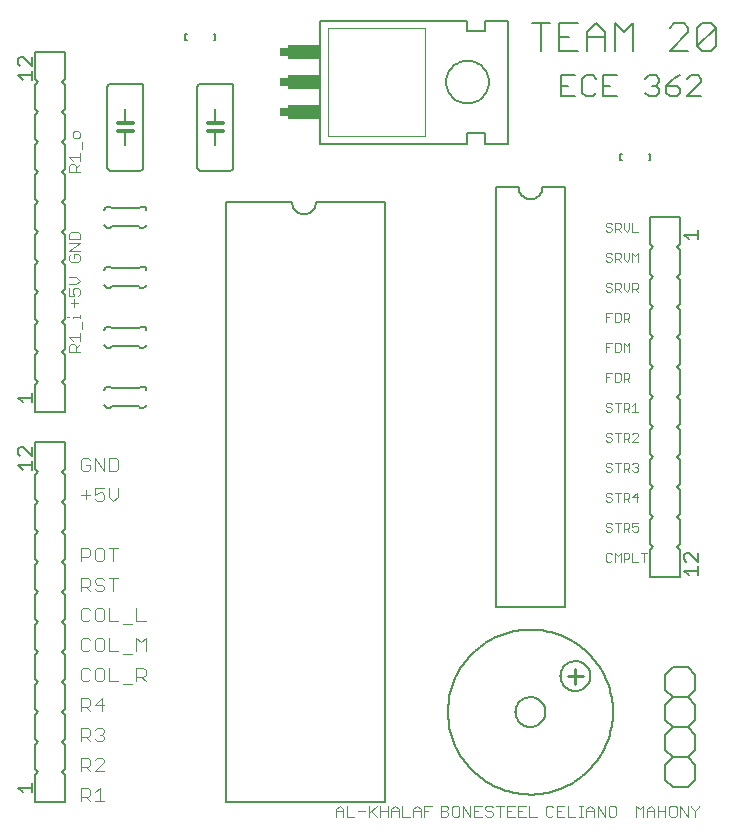
<source format=gto>
G75*
%MOIN*%
%OFA0B0*%
%FSLAX24Y24*%
%IPPOS*%
%LPD*%
%AMOC8*
5,1,8,0,0,1.08239X$1,22.5*
%
%ADD10C,0.0030*%
%ADD11C,0.0040*%
%ADD12C,0.0060*%
%ADD13C,0.0080*%
%ADD14C,0.0100*%
%ADD15C,0.0050*%
%ADD16C,0.0020*%
%ADD17R,0.0250X0.0300*%
%ADD18R,0.1100X0.0500*%
%ADD19C,0.0120*%
D10*
X011115Y000615D02*
X011115Y000862D01*
X011238Y000985D01*
X011362Y000862D01*
X011362Y000615D01*
X011483Y000615D02*
X011483Y000985D01*
X011362Y000800D02*
X011115Y000800D01*
X011483Y000615D02*
X011730Y000615D01*
X011852Y000800D02*
X012099Y000800D01*
X012220Y000738D02*
X012467Y000985D01*
X012588Y000985D02*
X012588Y000615D01*
X012467Y000615D02*
X012282Y000800D01*
X012220Y000985D02*
X012220Y000615D01*
X012588Y000800D02*
X012835Y000800D01*
X012957Y000800D02*
X013203Y000800D01*
X013203Y000862D02*
X013203Y000615D01*
X013325Y000615D02*
X013325Y000985D01*
X013203Y000862D02*
X013080Y000985D01*
X012957Y000862D01*
X012957Y000615D01*
X012835Y000615D02*
X012835Y000985D01*
X013325Y000615D02*
X013572Y000615D01*
X013693Y000615D02*
X013693Y000862D01*
X013817Y000985D01*
X013940Y000862D01*
X013940Y000615D01*
X014062Y000615D02*
X014062Y000985D01*
X014308Y000985D01*
X014185Y000800D02*
X014062Y000800D01*
X013940Y000800D02*
X013693Y000800D01*
X014615Y000800D02*
X014800Y000800D01*
X014862Y000738D01*
X014862Y000677D01*
X014800Y000615D01*
X014615Y000615D01*
X014615Y000985D01*
X014800Y000985D01*
X014862Y000924D01*
X014862Y000862D01*
X014800Y000800D01*
X014983Y000677D02*
X015045Y000615D01*
X015168Y000615D01*
X015230Y000677D01*
X015230Y000924D01*
X015168Y000985D01*
X015045Y000985D01*
X014983Y000924D01*
X014983Y000677D01*
X015352Y000615D02*
X015352Y000985D01*
X015599Y000615D01*
X015599Y000985D01*
X015720Y000985D02*
X015720Y000615D01*
X015967Y000615D01*
X016088Y000677D02*
X016150Y000615D01*
X016273Y000615D01*
X016335Y000677D01*
X016335Y000738D01*
X016273Y000800D01*
X016150Y000800D01*
X016088Y000862D01*
X016088Y000924D01*
X016150Y000985D01*
X016273Y000985D01*
X016335Y000924D01*
X016457Y000985D02*
X016703Y000985D01*
X016825Y000985D02*
X016825Y000615D01*
X017072Y000615D01*
X017193Y000615D02*
X017193Y000985D01*
X017440Y000985D01*
X017562Y000985D02*
X017562Y000615D01*
X017808Y000615D01*
X018115Y000677D02*
X018115Y000924D01*
X018177Y000985D01*
X018300Y000985D01*
X018362Y000924D01*
X018483Y000985D02*
X018483Y000615D01*
X018730Y000615D01*
X018852Y000615D02*
X019099Y000615D01*
X019220Y000615D02*
X019343Y000615D01*
X019282Y000615D02*
X019282Y000985D01*
X019343Y000985D02*
X019220Y000985D01*
X019465Y000862D02*
X019465Y000615D01*
X019465Y000800D02*
X019712Y000800D01*
X019712Y000862D02*
X019712Y000615D01*
X019834Y000615D02*
X019834Y000985D01*
X020081Y000615D01*
X020081Y000985D01*
X020202Y000924D02*
X020202Y000677D01*
X020264Y000615D01*
X020387Y000615D01*
X020449Y000677D01*
X020449Y000924D01*
X020387Y000985D01*
X020264Y000985D01*
X020202Y000924D01*
X019712Y000862D02*
X019589Y000985D01*
X019465Y000862D01*
X018852Y000985D02*
X018852Y000615D01*
X018607Y000800D02*
X018483Y000800D01*
X018362Y000677D02*
X018300Y000615D01*
X018177Y000615D01*
X018115Y000677D01*
X018483Y000985D02*
X018730Y000985D01*
X017440Y000615D02*
X017193Y000615D01*
X017193Y000800D02*
X017317Y000800D01*
X017072Y000985D02*
X016825Y000985D01*
X016825Y000800D02*
X016948Y000800D01*
X016580Y000615D02*
X016580Y000985D01*
X015967Y000985D02*
X015720Y000985D01*
X015720Y000800D02*
X015843Y000800D01*
X021115Y000615D02*
X021115Y000985D01*
X021238Y000862D01*
X021362Y000985D01*
X021362Y000615D01*
X021483Y000615D02*
X021483Y000862D01*
X021607Y000985D01*
X021730Y000862D01*
X021730Y000615D01*
X021852Y000615D02*
X021852Y000985D01*
X021852Y000800D02*
X022099Y000800D01*
X022220Y000677D02*
X022282Y000615D01*
X022405Y000615D01*
X022467Y000677D01*
X022467Y000924D01*
X022405Y000985D01*
X022282Y000985D01*
X022220Y000924D01*
X022220Y000677D01*
X022099Y000615D02*
X022099Y000985D01*
X021730Y000800D02*
X021483Y000800D01*
X022588Y000615D02*
X022588Y000985D01*
X022835Y000615D01*
X022835Y000985D01*
X022957Y000985D02*
X022957Y000924D01*
X023080Y000800D01*
X023080Y000615D01*
X023080Y000800D02*
X023203Y000924D01*
X023203Y000985D01*
X021390Y009115D02*
X021390Y009405D01*
X021294Y009405D02*
X021487Y009405D01*
X021192Y009115D02*
X020999Y009115D01*
X020999Y009405D01*
X020898Y009357D02*
X020898Y009260D01*
X020849Y009212D01*
X020704Y009212D01*
X020704Y009115D02*
X020704Y009405D01*
X020849Y009405D01*
X020898Y009357D01*
X020603Y009405D02*
X020603Y009115D01*
X020410Y009115D02*
X020410Y009405D01*
X020506Y009308D01*
X020603Y009405D01*
X020308Y009357D02*
X020260Y009405D01*
X020163Y009405D01*
X020115Y009357D01*
X020115Y009163D01*
X020163Y009115D01*
X020260Y009115D01*
X020308Y009163D01*
X020260Y010115D02*
X020163Y010115D01*
X020115Y010163D01*
X020163Y010260D02*
X020260Y010260D01*
X020308Y010212D01*
X020308Y010163D01*
X020260Y010115D01*
X020163Y010260D02*
X020115Y010308D01*
X020115Y010357D01*
X020163Y010405D01*
X020260Y010405D01*
X020308Y010357D01*
X020410Y010405D02*
X020603Y010405D01*
X020506Y010405D02*
X020506Y010115D01*
X020704Y010115D02*
X020704Y010405D01*
X020849Y010405D01*
X020898Y010357D01*
X020898Y010260D01*
X020849Y010212D01*
X020704Y010212D01*
X020801Y010212D02*
X020898Y010115D01*
X020999Y010163D02*
X021047Y010115D01*
X021144Y010115D01*
X021192Y010163D01*
X021192Y010260D01*
X021144Y010308D01*
X021096Y010308D01*
X020999Y010260D01*
X020999Y010405D01*
X021192Y010405D01*
X021144Y011115D02*
X021144Y011405D01*
X020999Y011260D01*
X021192Y011260D01*
X020898Y011260D02*
X020849Y011212D01*
X020704Y011212D01*
X020704Y011115D02*
X020704Y011405D01*
X020849Y011405D01*
X020898Y011357D01*
X020898Y011260D01*
X020801Y011212D02*
X020898Y011115D01*
X020603Y011405D02*
X020410Y011405D01*
X020506Y011405D02*
X020506Y011115D01*
X020308Y011163D02*
X020260Y011115D01*
X020163Y011115D01*
X020115Y011163D01*
X020163Y011260D02*
X020260Y011260D01*
X020308Y011212D01*
X020308Y011163D01*
X020163Y011260D02*
X020115Y011308D01*
X020115Y011357D01*
X020163Y011405D01*
X020260Y011405D01*
X020308Y011357D01*
X020260Y012115D02*
X020163Y012115D01*
X020115Y012163D01*
X020163Y012260D02*
X020260Y012260D01*
X020308Y012212D01*
X020308Y012163D01*
X020260Y012115D01*
X020163Y012260D02*
X020115Y012308D01*
X020115Y012357D01*
X020163Y012405D01*
X020260Y012405D01*
X020308Y012357D01*
X020410Y012405D02*
X020603Y012405D01*
X020506Y012405D02*
X020506Y012115D01*
X020704Y012115D02*
X020704Y012405D01*
X020849Y012405D01*
X020898Y012357D01*
X020898Y012260D01*
X020849Y012212D01*
X020704Y012212D01*
X020801Y012212D02*
X020898Y012115D01*
X020999Y012163D02*
X021047Y012115D01*
X021144Y012115D01*
X021192Y012163D01*
X021192Y012212D01*
X021144Y012260D01*
X021096Y012260D01*
X021144Y012260D02*
X021192Y012308D01*
X021192Y012357D01*
X021144Y012405D01*
X021047Y012405D01*
X020999Y012357D01*
X020999Y013115D02*
X021192Y013308D01*
X021192Y013357D01*
X021144Y013405D01*
X021047Y013405D01*
X020999Y013357D01*
X020898Y013357D02*
X020898Y013260D01*
X020849Y013212D01*
X020704Y013212D01*
X020704Y013115D02*
X020704Y013405D01*
X020849Y013405D01*
X020898Y013357D01*
X020801Y013212D02*
X020898Y013115D01*
X020999Y013115D02*
X021192Y013115D01*
X020603Y013405D02*
X020410Y013405D01*
X020506Y013405D02*
X020506Y013115D01*
X020308Y013163D02*
X020260Y013115D01*
X020163Y013115D01*
X020115Y013163D01*
X020163Y013260D02*
X020260Y013260D01*
X020308Y013212D01*
X020308Y013163D01*
X020163Y013260D02*
X020115Y013308D01*
X020115Y013357D01*
X020163Y013405D01*
X020260Y013405D01*
X020308Y013357D01*
X020260Y014115D02*
X020163Y014115D01*
X020115Y014163D01*
X020163Y014260D02*
X020260Y014260D01*
X020308Y014212D01*
X020308Y014163D01*
X020260Y014115D01*
X020163Y014260D02*
X020115Y014308D01*
X020115Y014357D01*
X020163Y014405D01*
X020260Y014405D01*
X020308Y014357D01*
X020410Y014405D02*
X020603Y014405D01*
X020506Y014405D02*
X020506Y014115D01*
X020704Y014115D02*
X020704Y014405D01*
X020849Y014405D01*
X020898Y014357D01*
X020898Y014260D01*
X020849Y014212D01*
X020704Y014212D01*
X020801Y014212D02*
X020898Y014115D01*
X020999Y014115D02*
X021192Y014115D01*
X021096Y014115D02*
X021096Y014405D01*
X020999Y014308D01*
X020898Y015115D02*
X020801Y015212D01*
X020849Y015212D02*
X020704Y015212D01*
X020704Y015115D02*
X020704Y015405D01*
X020849Y015405D01*
X020898Y015357D01*
X020898Y015260D01*
X020849Y015212D01*
X020603Y015163D02*
X020603Y015357D01*
X020555Y015405D01*
X020410Y015405D01*
X020410Y015115D01*
X020555Y015115D01*
X020603Y015163D01*
X020308Y015405D02*
X020115Y015405D01*
X020115Y015115D01*
X020115Y015260D02*
X020212Y015260D01*
X020115Y016115D02*
X020115Y016405D01*
X020308Y016405D01*
X020410Y016405D02*
X020410Y016115D01*
X020555Y016115D01*
X020603Y016163D01*
X020603Y016357D01*
X020555Y016405D01*
X020410Y016405D01*
X020212Y016260D02*
X020115Y016260D01*
X020704Y016115D02*
X020704Y016405D01*
X020801Y016308D01*
X020898Y016405D01*
X020898Y016115D01*
X020898Y017115D02*
X020801Y017212D01*
X020849Y017212D02*
X020704Y017212D01*
X020704Y017115D02*
X020704Y017405D01*
X020849Y017405D01*
X020898Y017357D01*
X020898Y017260D01*
X020849Y017212D01*
X020603Y017163D02*
X020603Y017357D01*
X020555Y017405D01*
X020410Y017405D01*
X020410Y017115D01*
X020555Y017115D01*
X020603Y017163D01*
X020308Y017405D02*
X020115Y017405D01*
X020115Y017115D01*
X020115Y017260D02*
X020212Y017260D01*
X020260Y018115D02*
X020163Y018115D01*
X020115Y018163D01*
X020163Y018260D02*
X020260Y018260D01*
X020308Y018212D01*
X020308Y018163D01*
X020260Y018115D01*
X020410Y018115D02*
X020410Y018405D01*
X020555Y018405D01*
X020603Y018357D01*
X020603Y018260D01*
X020555Y018212D01*
X020410Y018212D01*
X020506Y018212D02*
X020603Y018115D01*
X020704Y018212D02*
X020801Y018115D01*
X020898Y018212D01*
X020898Y018405D01*
X020999Y018405D02*
X021144Y018405D01*
X021192Y018357D01*
X021192Y018260D01*
X021144Y018212D01*
X020999Y018212D01*
X021096Y018212D02*
X021192Y018115D01*
X020999Y018115D02*
X020999Y018405D01*
X020704Y018405D02*
X020704Y018212D01*
X020308Y018357D02*
X020260Y018405D01*
X020163Y018405D01*
X020115Y018357D01*
X020115Y018308D01*
X020163Y018260D01*
X020163Y019115D02*
X020115Y019163D01*
X020163Y019115D02*
X020260Y019115D01*
X020308Y019163D01*
X020308Y019212D01*
X020260Y019260D01*
X020163Y019260D01*
X020115Y019308D01*
X020115Y019357D01*
X020163Y019405D01*
X020260Y019405D01*
X020308Y019357D01*
X020410Y019405D02*
X020410Y019115D01*
X020410Y019212D02*
X020555Y019212D01*
X020603Y019260D01*
X020603Y019357D01*
X020555Y019405D01*
X020410Y019405D01*
X020506Y019212D02*
X020603Y019115D01*
X020704Y019212D02*
X020801Y019115D01*
X020898Y019212D01*
X020898Y019405D01*
X020999Y019405D02*
X021096Y019308D01*
X021192Y019405D01*
X021192Y019115D01*
X020999Y019115D02*
X020999Y019405D01*
X020704Y019405D02*
X020704Y019212D01*
X020801Y020115D02*
X020898Y020212D01*
X020898Y020405D01*
X020999Y020405D02*
X020999Y020115D01*
X021192Y020115D01*
X020801Y020115D02*
X020704Y020212D01*
X020704Y020405D01*
X020603Y020357D02*
X020603Y020260D01*
X020555Y020212D01*
X020410Y020212D01*
X020506Y020212D02*
X020603Y020115D01*
X020410Y020115D02*
X020410Y020405D01*
X020555Y020405D01*
X020603Y020357D01*
X020308Y020357D02*
X020260Y020405D01*
X020163Y020405D01*
X020115Y020357D01*
X020115Y020308D01*
X020163Y020260D01*
X020260Y020260D01*
X020308Y020212D01*
X020308Y020163D01*
X020260Y020115D01*
X020163Y020115D01*
X020115Y020163D01*
X002585Y020037D02*
X002585Y019852D01*
X002215Y019852D01*
X002215Y020037D01*
X002276Y020099D01*
X002523Y020099D01*
X002585Y020037D01*
X002585Y019730D02*
X002215Y019730D01*
X002215Y019483D02*
X002585Y019730D01*
X002585Y019483D02*
X002215Y019483D01*
X002276Y019362D02*
X002215Y019300D01*
X002215Y019177D01*
X002276Y019115D01*
X002523Y019115D01*
X002585Y019177D01*
X002585Y019300D01*
X002523Y019362D01*
X002400Y019362D01*
X002400Y019238D01*
X002462Y018599D02*
X002215Y018599D01*
X002462Y018599D02*
X002585Y018475D01*
X002462Y018352D01*
X002215Y018352D01*
X002215Y018230D02*
X002215Y017983D01*
X002400Y017983D01*
X002338Y018107D01*
X002338Y018168D01*
X002400Y018230D01*
X002523Y018230D01*
X002585Y018168D01*
X002585Y018045D01*
X002523Y017983D01*
X002400Y017862D02*
X002400Y017615D01*
X002523Y017738D02*
X002276Y017738D01*
X002215Y017282D02*
X002153Y017282D01*
X002338Y017282D02*
X002585Y017282D01*
X002585Y017343D02*
X002585Y017220D01*
X002647Y017099D02*
X002647Y016852D01*
X002585Y016730D02*
X002585Y016483D01*
X002585Y016362D02*
X002462Y016238D01*
X002462Y016300D02*
X002462Y016115D01*
X002585Y016115D02*
X002215Y016115D01*
X002215Y016300D01*
X002276Y016362D01*
X002400Y016362D01*
X002462Y016300D01*
X002338Y016483D02*
X002215Y016607D01*
X002585Y016607D01*
X002338Y017220D02*
X002338Y017282D01*
X002215Y022115D02*
X002215Y022300D01*
X002276Y022362D01*
X002400Y022362D01*
X002462Y022300D01*
X002462Y022115D01*
X002585Y022115D02*
X002215Y022115D01*
X002462Y022238D02*
X002585Y022362D01*
X002585Y022483D02*
X002585Y022730D01*
X002585Y022607D02*
X002215Y022607D01*
X002338Y022483D01*
X002647Y022852D02*
X002647Y023099D01*
X002523Y023220D02*
X002400Y023220D01*
X002338Y023282D01*
X002338Y023405D01*
X002400Y023467D01*
X002523Y023467D01*
X002585Y023405D01*
X002585Y023282D01*
X002523Y023220D01*
D11*
X002697Y012580D02*
X002620Y012504D01*
X002620Y012197D01*
X002697Y012120D01*
X002850Y012120D01*
X002927Y012197D01*
X002927Y012350D01*
X002773Y012350D01*
X002927Y012504D02*
X002850Y012580D01*
X002697Y012580D01*
X003080Y012580D02*
X003387Y012120D01*
X003387Y012580D01*
X003541Y012580D02*
X003771Y012580D01*
X003848Y012504D01*
X003848Y012197D01*
X003771Y012120D01*
X003541Y012120D01*
X003541Y012580D01*
X003080Y012580D02*
X003080Y012120D01*
X003080Y011580D02*
X003080Y011350D01*
X003234Y011427D01*
X003311Y011427D01*
X003387Y011350D01*
X003387Y011197D01*
X003311Y011120D01*
X003157Y011120D01*
X003080Y011197D01*
X002927Y011350D02*
X002620Y011350D01*
X002773Y011197D02*
X002773Y011504D01*
X003080Y011580D02*
X003387Y011580D01*
X003541Y011580D02*
X003541Y011273D01*
X003694Y011120D01*
X003848Y011273D01*
X003848Y011580D01*
X003848Y009580D02*
X003541Y009580D01*
X003694Y009580D02*
X003694Y009120D01*
X003387Y009197D02*
X003387Y009504D01*
X003311Y009580D01*
X003157Y009580D01*
X003080Y009504D01*
X003080Y009197D01*
X003157Y009120D01*
X003311Y009120D01*
X003387Y009197D01*
X002927Y009350D02*
X002850Y009273D01*
X002620Y009273D01*
X002620Y009120D02*
X002620Y009580D01*
X002850Y009580D01*
X002927Y009504D01*
X002927Y009350D01*
X002850Y008580D02*
X002620Y008580D01*
X002620Y008120D01*
X002620Y008273D02*
X002850Y008273D01*
X002927Y008350D01*
X002927Y008504D01*
X002850Y008580D01*
X003080Y008504D02*
X003080Y008427D01*
X003157Y008350D01*
X003311Y008350D01*
X003387Y008273D01*
X003387Y008197D01*
X003311Y008120D01*
X003157Y008120D01*
X003080Y008197D01*
X002927Y008120D02*
X002773Y008273D01*
X003080Y008504D02*
X003157Y008580D01*
X003311Y008580D01*
X003387Y008504D01*
X003541Y008580D02*
X003848Y008580D01*
X003694Y008580D02*
X003694Y008120D01*
X003541Y007580D02*
X003541Y007120D01*
X003848Y007120D01*
X004001Y007043D02*
X004308Y007043D01*
X004462Y007120D02*
X004768Y007120D01*
X004462Y007120D02*
X004462Y007580D01*
X004462Y006580D02*
X004615Y006427D01*
X004768Y006580D01*
X004768Y006120D01*
X004462Y006120D02*
X004462Y006580D01*
X004308Y006043D02*
X004001Y006043D01*
X003848Y006120D02*
X003541Y006120D01*
X003541Y006580D01*
X003387Y006504D02*
X003311Y006580D01*
X003157Y006580D01*
X003080Y006504D01*
X003080Y006197D01*
X003157Y006120D01*
X003311Y006120D01*
X003387Y006197D01*
X003387Y006504D01*
X002927Y006504D02*
X002850Y006580D01*
X002697Y006580D01*
X002620Y006504D01*
X002620Y006197D01*
X002697Y006120D01*
X002850Y006120D01*
X002927Y006197D01*
X002850Y005580D02*
X002697Y005580D01*
X002620Y005504D01*
X002620Y005197D01*
X002697Y005120D01*
X002850Y005120D01*
X002927Y005197D01*
X003080Y005197D02*
X003157Y005120D01*
X003311Y005120D01*
X003387Y005197D01*
X003387Y005504D01*
X003311Y005580D01*
X003157Y005580D01*
X003080Y005504D01*
X003080Y005197D01*
X002927Y005504D02*
X002850Y005580D01*
X003541Y005580D02*
X003541Y005120D01*
X003848Y005120D01*
X004001Y005043D02*
X004308Y005043D01*
X004462Y005120D02*
X004462Y005580D01*
X004692Y005580D01*
X004768Y005504D01*
X004768Y005350D01*
X004692Y005273D01*
X004462Y005273D01*
X004615Y005273D02*
X004768Y005120D01*
X003387Y004350D02*
X003080Y004350D01*
X003311Y004580D01*
X003311Y004120D01*
X002927Y004120D02*
X002773Y004273D01*
X002850Y004273D02*
X002620Y004273D01*
X002620Y004120D02*
X002620Y004580D01*
X002850Y004580D01*
X002927Y004504D01*
X002927Y004350D01*
X002850Y004273D01*
X002850Y003580D02*
X002620Y003580D01*
X002620Y003120D01*
X002620Y003273D02*
X002850Y003273D01*
X002927Y003350D01*
X002927Y003504D01*
X002850Y003580D01*
X003080Y003504D02*
X003157Y003580D01*
X003311Y003580D01*
X003387Y003504D01*
X003387Y003427D01*
X003311Y003350D01*
X003387Y003273D01*
X003387Y003197D01*
X003311Y003120D01*
X003157Y003120D01*
X003080Y003197D01*
X002927Y003120D02*
X002773Y003273D01*
X003234Y003350D02*
X003311Y003350D01*
X003311Y002580D02*
X003157Y002580D01*
X003080Y002504D01*
X002927Y002504D02*
X002927Y002350D01*
X002850Y002273D01*
X002620Y002273D01*
X002620Y002120D02*
X002620Y002580D01*
X002850Y002580D01*
X002927Y002504D01*
X002773Y002273D02*
X002927Y002120D01*
X003080Y002120D02*
X003387Y002427D01*
X003387Y002504D01*
X003311Y002580D01*
X003387Y002120D02*
X003080Y002120D01*
X003234Y001580D02*
X003234Y001120D01*
X003387Y001120D02*
X003080Y001120D01*
X002927Y001120D02*
X002773Y001273D01*
X002850Y001273D02*
X002620Y001273D01*
X002620Y001120D02*
X002620Y001580D01*
X002850Y001580D01*
X002927Y001504D01*
X002927Y001350D01*
X002850Y001273D01*
X003080Y001427D02*
X003234Y001580D01*
X003311Y007120D02*
X003387Y007197D01*
X003387Y007504D01*
X003311Y007580D01*
X003157Y007580D01*
X003080Y007504D01*
X003080Y007197D01*
X003157Y007120D01*
X003311Y007120D01*
X002927Y007197D02*
X002850Y007120D01*
X002697Y007120D01*
X002620Y007197D01*
X002620Y007504D01*
X002697Y007580D01*
X002850Y007580D01*
X002927Y007504D01*
D12*
X001100Y002000D02*
X001100Y001100D01*
X002100Y001100D01*
X002100Y002000D01*
X002000Y002100D01*
X002100Y002200D01*
X002100Y003000D01*
X002000Y003100D01*
X002100Y003200D01*
X002100Y004000D01*
X002000Y004100D01*
X002100Y004200D01*
X002100Y005000D01*
X002000Y005100D01*
X002100Y005200D01*
X002100Y006000D01*
X002000Y006100D01*
X002100Y006200D01*
X002100Y007000D01*
X002000Y007100D01*
X002100Y007200D01*
X002100Y008000D01*
X002000Y008100D01*
X002100Y008200D01*
X002100Y009000D01*
X002000Y009100D01*
X002100Y009200D01*
X002100Y010000D01*
X002000Y010100D01*
X002100Y010200D01*
X002100Y011000D01*
X002000Y011100D01*
X002100Y011200D01*
X002100Y012000D01*
X002000Y012100D01*
X002100Y012200D01*
X002100Y013100D01*
X001100Y013100D01*
X001100Y012200D01*
X001200Y012100D01*
X001100Y012000D01*
X001100Y011200D01*
X001200Y011100D01*
X001100Y011000D01*
X001100Y010200D01*
X001200Y010100D01*
X001100Y010000D01*
X001100Y009200D01*
X001200Y009100D01*
X001100Y009000D01*
X001100Y008200D01*
X001200Y008100D01*
X001100Y008000D01*
X001100Y007200D01*
X001200Y007100D01*
X001100Y007000D01*
X001100Y006200D01*
X001200Y006100D01*
X001100Y006000D01*
X001100Y005200D01*
X001200Y005100D01*
X001100Y005000D01*
X001100Y004200D01*
X001200Y004100D01*
X001100Y004000D01*
X001100Y003200D01*
X001200Y003100D01*
X001100Y003000D01*
X001100Y002200D01*
X001200Y002100D01*
X001100Y002000D01*
X007450Y001100D02*
X012750Y001100D01*
X012750Y021100D01*
X010450Y021100D01*
X010448Y021061D01*
X010442Y021022D01*
X010433Y020984D01*
X010420Y020947D01*
X010403Y020911D01*
X010383Y020878D01*
X010359Y020846D01*
X010333Y020817D01*
X010304Y020791D01*
X010272Y020767D01*
X010239Y020747D01*
X010203Y020730D01*
X010166Y020717D01*
X010128Y020708D01*
X010089Y020702D01*
X010050Y020700D01*
X010011Y020702D01*
X009972Y020708D01*
X009934Y020717D01*
X009897Y020730D01*
X009861Y020747D01*
X009828Y020767D01*
X009796Y020791D01*
X009767Y020817D01*
X009741Y020846D01*
X009717Y020878D01*
X009697Y020911D01*
X009680Y020947D01*
X009667Y020984D01*
X009658Y021022D01*
X009652Y021061D01*
X009650Y021100D01*
X007450Y021100D01*
X007450Y001100D01*
X016450Y007600D02*
X018750Y007600D01*
X018750Y021600D01*
X018000Y021600D01*
X017998Y021561D01*
X017992Y021522D01*
X017983Y021484D01*
X017970Y021447D01*
X017953Y021411D01*
X017933Y021378D01*
X017909Y021346D01*
X017883Y021317D01*
X017854Y021291D01*
X017822Y021267D01*
X017789Y021247D01*
X017753Y021230D01*
X017716Y021217D01*
X017678Y021208D01*
X017639Y021202D01*
X017600Y021200D01*
X017561Y021202D01*
X017522Y021208D01*
X017484Y021217D01*
X017447Y021230D01*
X017411Y021247D01*
X017378Y021267D01*
X017346Y021291D01*
X017317Y021317D01*
X017291Y021346D01*
X017267Y021378D01*
X017247Y021411D01*
X017230Y021447D01*
X017217Y021484D01*
X017208Y021522D01*
X017202Y021561D01*
X017200Y021600D01*
X016450Y021600D01*
X016450Y007600D01*
X018600Y005300D02*
X018602Y005344D01*
X018608Y005388D01*
X018618Y005431D01*
X018631Y005473D01*
X018648Y005514D01*
X018669Y005553D01*
X018693Y005590D01*
X018720Y005625D01*
X018750Y005657D01*
X018783Y005687D01*
X018819Y005713D01*
X018856Y005737D01*
X018896Y005756D01*
X018937Y005773D01*
X018980Y005785D01*
X019023Y005794D01*
X019067Y005799D01*
X019111Y005800D01*
X019155Y005797D01*
X019199Y005790D01*
X019242Y005779D01*
X019284Y005765D01*
X019324Y005747D01*
X019363Y005725D01*
X019399Y005701D01*
X019433Y005673D01*
X019465Y005642D01*
X019494Y005608D01*
X019520Y005572D01*
X019542Y005534D01*
X019561Y005494D01*
X019576Y005452D01*
X019588Y005410D01*
X019596Y005366D01*
X019600Y005322D01*
X019600Y005278D01*
X019596Y005234D01*
X019588Y005190D01*
X019576Y005148D01*
X019561Y005106D01*
X019542Y005066D01*
X019520Y005028D01*
X019494Y004992D01*
X019465Y004958D01*
X019433Y004927D01*
X019399Y004899D01*
X019363Y004875D01*
X019324Y004853D01*
X019284Y004835D01*
X019242Y004821D01*
X019199Y004810D01*
X019155Y004803D01*
X019111Y004800D01*
X019067Y004801D01*
X019023Y004806D01*
X018980Y004815D01*
X018937Y004827D01*
X018896Y004844D01*
X018856Y004863D01*
X018819Y004887D01*
X018783Y004913D01*
X018750Y004943D01*
X018720Y004975D01*
X018693Y005010D01*
X018669Y005047D01*
X018648Y005086D01*
X018631Y005127D01*
X018618Y005169D01*
X018608Y005212D01*
X018602Y005256D01*
X018600Y005300D01*
X017100Y004100D02*
X017102Y004144D01*
X017108Y004188D01*
X017118Y004231D01*
X017131Y004273D01*
X017148Y004314D01*
X017169Y004353D01*
X017193Y004390D01*
X017220Y004425D01*
X017250Y004457D01*
X017283Y004487D01*
X017319Y004513D01*
X017356Y004537D01*
X017396Y004556D01*
X017437Y004573D01*
X017480Y004585D01*
X017523Y004594D01*
X017567Y004599D01*
X017611Y004600D01*
X017655Y004597D01*
X017699Y004590D01*
X017742Y004579D01*
X017784Y004565D01*
X017824Y004547D01*
X017863Y004525D01*
X017899Y004501D01*
X017933Y004473D01*
X017965Y004442D01*
X017994Y004408D01*
X018020Y004372D01*
X018042Y004334D01*
X018061Y004294D01*
X018076Y004252D01*
X018088Y004210D01*
X018096Y004166D01*
X018100Y004122D01*
X018100Y004078D01*
X018096Y004034D01*
X018088Y003990D01*
X018076Y003948D01*
X018061Y003906D01*
X018042Y003866D01*
X018020Y003828D01*
X017994Y003792D01*
X017965Y003758D01*
X017933Y003727D01*
X017899Y003699D01*
X017863Y003675D01*
X017824Y003653D01*
X017784Y003635D01*
X017742Y003621D01*
X017699Y003610D01*
X017655Y003603D01*
X017611Y003600D01*
X017567Y003601D01*
X017523Y003606D01*
X017480Y003615D01*
X017437Y003627D01*
X017396Y003644D01*
X017356Y003663D01*
X017319Y003687D01*
X017283Y003713D01*
X017250Y003743D01*
X017220Y003775D01*
X017193Y003810D01*
X017169Y003847D01*
X017148Y003886D01*
X017131Y003927D01*
X017118Y003969D01*
X017108Y004012D01*
X017102Y004056D01*
X017100Y004100D01*
X014850Y004100D02*
X014852Y004205D01*
X014858Y004309D01*
X014868Y004413D01*
X014882Y004517D01*
X014900Y004620D01*
X014921Y004723D01*
X014947Y004824D01*
X014977Y004925D01*
X015010Y005024D01*
X015047Y005122D01*
X015088Y005219D01*
X015132Y005313D01*
X015180Y005406D01*
X015232Y005498D01*
X015287Y005587D01*
X015345Y005674D01*
X015406Y005758D01*
X015471Y005841D01*
X015539Y005921D01*
X015610Y005998D01*
X015683Y006072D01*
X015760Y006144D01*
X015839Y006212D01*
X015921Y006278D01*
X016005Y006340D01*
X016091Y006399D01*
X016180Y006455D01*
X016271Y006507D01*
X016363Y006556D01*
X016458Y006601D01*
X016554Y006643D01*
X016651Y006681D01*
X016750Y006715D01*
X016850Y006746D01*
X016952Y006772D01*
X017054Y006795D01*
X017157Y006814D01*
X017261Y006829D01*
X017365Y006840D01*
X017469Y006847D01*
X017574Y006850D01*
X017679Y006849D01*
X017783Y006844D01*
X017887Y006835D01*
X017991Y006822D01*
X018095Y006805D01*
X018197Y006784D01*
X018299Y006760D01*
X018400Y006731D01*
X018499Y006699D01*
X018598Y006663D01*
X018695Y006623D01*
X018790Y006579D01*
X018883Y006532D01*
X018975Y006482D01*
X019065Y006427D01*
X019152Y006370D01*
X019238Y006309D01*
X019320Y006245D01*
X019401Y006178D01*
X019479Y006108D01*
X019554Y006035D01*
X019626Y005959D01*
X019695Y005881D01*
X019762Y005800D01*
X019825Y005716D01*
X019885Y005631D01*
X019941Y005542D01*
X019995Y005452D01*
X020044Y005360D01*
X020090Y005266D01*
X020133Y005170D01*
X020172Y005073D01*
X020207Y004975D01*
X020239Y004875D01*
X020266Y004774D01*
X020290Y004672D01*
X020310Y004569D01*
X020326Y004465D01*
X020338Y004361D01*
X020346Y004257D01*
X020350Y004152D01*
X020350Y004048D01*
X020346Y003943D01*
X020338Y003839D01*
X020326Y003735D01*
X020310Y003631D01*
X020290Y003528D01*
X020266Y003426D01*
X020239Y003325D01*
X020207Y003225D01*
X020172Y003127D01*
X020133Y003030D01*
X020090Y002934D01*
X020044Y002840D01*
X019995Y002748D01*
X019941Y002658D01*
X019885Y002569D01*
X019825Y002484D01*
X019762Y002400D01*
X019695Y002319D01*
X019626Y002241D01*
X019554Y002165D01*
X019479Y002092D01*
X019401Y002022D01*
X019320Y001955D01*
X019238Y001891D01*
X019152Y001830D01*
X019065Y001773D01*
X018975Y001718D01*
X018883Y001668D01*
X018790Y001621D01*
X018695Y001577D01*
X018598Y001537D01*
X018499Y001501D01*
X018400Y001469D01*
X018299Y001440D01*
X018197Y001416D01*
X018095Y001395D01*
X017991Y001378D01*
X017887Y001365D01*
X017783Y001356D01*
X017679Y001351D01*
X017574Y001350D01*
X017469Y001353D01*
X017365Y001360D01*
X017261Y001371D01*
X017157Y001386D01*
X017054Y001405D01*
X016952Y001428D01*
X016850Y001454D01*
X016750Y001485D01*
X016651Y001519D01*
X016554Y001557D01*
X016458Y001599D01*
X016363Y001644D01*
X016271Y001693D01*
X016180Y001745D01*
X016091Y001801D01*
X016005Y001860D01*
X015921Y001922D01*
X015839Y001988D01*
X015760Y002056D01*
X015683Y002128D01*
X015610Y002202D01*
X015539Y002279D01*
X015471Y002359D01*
X015406Y002442D01*
X015345Y002526D01*
X015287Y002613D01*
X015232Y002702D01*
X015180Y002794D01*
X015132Y002887D01*
X015088Y002981D01*
X015047Y003078D01*
X015010Y003176D01*
X014977Y003275D01*
X014947Y003376D01*
X014921Y003477D01*
X014900Y003580D01*
X014882Y003683D01*
X014868Y003787D01*
X014858Y003891D01*
X014852Y003995D01*
X014850Y004100D01*
X021600Y008600D02*
X021600Y009500D01*
X021700Y009600D01*
X021600Y009700D01*
X021600Y010500D01*
X021700Y010600D01*
X021600Y010700D01*
X021600Y011500D01*
X021700Y011600D01*
X021600Y011700D01*
X021600Y012500D01*
X021700Y012600D01*
X021600Y012700D01*
X021600Y013500D01*
X021700Y013600D01*
X021600Y013700D01*
X021600Y014500D01*
X021700Y014600D01*
X021600Y014700D01*
X021600Y015500D01*
X021700Y015600D01*
X021600Y015700D01*
X021600Y016500D01*
X021700Y016600D01*
X021600Y016700D01*
X021600Y017500D01*
X021700Y017600D01*
X021600Y017700D01*
X021600Y018500D01*
X021700Y018600D01*
X021600Y018700D01*
X021600Y019500D01*
X021700Y019600D01*
X021600Y019700D01*
X021600Y020600D01*
X022600Y020600D01*
X022600Y019700D01*
X022500Y019600D01*
X022600Y019500D01*
X022600Y018700D01*
X022500Y018600D01*
X022600Y018500D01*
X022600Y017700D01*
X022500Y017600D01*
X022600Y017500D01*
X022600Y016700D01*
X022500Y016600D01*
X022600Y016500D01*
X022600Y015700D01*
X022500Y015600D01*
X022600Y015500D01*
X022600Y014700D01*
X022500Y014600D01*
X022600Y014500D01*
X022600Y013700D01*
X022500Y013600D01*
X022600Y013500D01*
X022600Y012700D01*
X022500Y012600D01*
X022600Y012500D01*
X022600Y011700D01*
X022500Y011600D01*
X022600Y011500D01*
X022600Y010700D01*
X022500Y010600D01*
X022600Y010500D01*
X022600Y009700D01*
X022500Y009600D01*
X022600Y009500D01*
X022600Y008600D01*
X021600Y008600D01*
X022350Y005600D02*
X022850Y005600D01*
X023100Y005350D01*
X023100Y004850D01*
X022850Y004600D01*
X023100Y004350D01*
X023100Y003850D01*
X022850Y003600D01*
X023100Y003350D01*
X023100Y002850D01*
X022850Y002600D01*
X023100Y002350D01*
X023100Y001850D01*
X022850Y001600D01*
X022350Y001600D01*
X022100Y001850D01*
X022100Y002350D01*
X022350Y002600D01*
X022100Y002850D01*
X022100Y003350D01*
X022350Y003600D01*
X022850Y003600D01*
X022350Y003600D02*
X022100Y003850D01*
X022100Y004350D01*
X022350Y004600D01*
X022100Y004850D01*
X022100Y005350D01*
X022350Y005600D01*
X022350Y004600D02*
X022850Y004600D01*
X022850Y002600D02*
X022350Y002600D01*
X007600Y022150D02*
X006600Y022150D01*
X006583Y022152D01*
X006566Y022156D01*
X006550Y022163D01*
X006536Y022173D01*
X006523Y022186D01*
X006513Y022200D01*
X006506Y022216D01*
X006502Y022233D01*
X006500Y022250D01*
X006500Y024950D01*
X006502Y024967D01*
X006506Y024984D01*
X006513Y025000D01*
X006523Y025014D01*
X006536Y025027D01*
X006550Y025037D01*
X006566Y025044D01*
X006583Y025048D01*
X006600Y025050D01*
X007600Y025050D01*
X007617Y025048D01*
X007634Y025044D01*
X007650Y025037D01*
X007664Y025027D01*
X007677Y025014D01*
X007687Y025000D01*
X007694Y024984D01*
X007698Y024967D01*
X007700Y024950D01*
X007700Y022250D01*
X007698Y022233D01*
X007694Y022216D01*
X007687Y022200D01*
X007677Y022186D01*
X007664Y022173D01*
X007650Y022163D01*
X007634Y022156D01*
X007617Y022152D01*
X007600Y022150D01*
X007100Y023000D02*
X007100Y023470D01*
X007100Y023720D02*
X007100Y024200D01*
X007100Y026500D02*
X007050Y026500D01*
X007100Y026500D02*
X007100Y026700D01*
X007050Y026700D01*
X006150Y026700D02*
X006100Y026700D01*
X006100Y026500D01*
X006150Y026500D01*
X004700Y024950D02*
X004700Y022250D01*
X004698Y022233D01*
X004694Y022216D01*
X004687Y022200D01*
X004677Y022186D01*
X004664Y022173D01*
X004650Y022163D01*
X004634Y022156D01*
X004617Y022152D01*
X004600Y022150D01*
X003600Y022150D01*
X003583Y022152D01*
X003566Y022156D01*
X003550Y022163D01*
X003536Y022173D01*
X003523Y022186D01*
X003513Y022200D01*
X003506Y022216D01*
X003502Y022233D01*
X003500Y022250D01*
X003500Y024950D01*
X003502Y024967D01*
X003506Y024984D01*
X003513Y025000D01*
X003523Y025014D01*
X003536Y025027D01*
X003550Y025037D01*
X003566Y025044D01*
X003583Y025048D01*
X003600Y025050D01*
X004600Y025050D01*
X004617Y025048D01*
X004634Y025044D01*
X004650Y025037D01*
X004664Y025027D01*
X004677Y025014D01*
X004687Y025000D01*
X004694Y024984D01*
X004698Y024967D01*
X004700Y024950D01*
X004100Y024200D02*
X004100Y023720D01*
X004100Y023470D02*
X004100Y023000D01*
X003600Y020950D02*
X003650Y020900D01*
X004550Y020900D01*
X004600Y020950D01*
X004700Y020950D01*
X004717Y020948D01*
X004734Y020944D01*
X004750Y020937D01*
X004764Y020927D01*
X004777Y020914D01*
X004787Y020900D01*
X004794Y020884D01*
X004798Y020867D01*
X004800Y020850D01*
X004800Y020350D02*
X004798Y020333D01*
X004794Y020316D01*
X004787Y020300D01*
X004777Y020286D01*
X004764Y020273D01*
X004750Y020263D01*
X004734Y020256D01*
X004717Y020252D01*
X004700Y020250D01*
X004600Y020250D01*
X004550Y020300D01*
X003650Y020300D01*
X003600Y020250D01*
X003500Y020250D01*
X003483Y020252D01*
X003466Y020256D01*
X003450Y020263D01*
X003436Y020273D01*
X003423Y020286D01*
X003413Y020300D01*
X003406Y020316D01*
X003402Y020333D01*
X003400Y020350D01*
X003400Y020850D02*
X003402Y020867D01*
X003406Y020884D01*
X003413Y020900D01*
X003423Y020914D01*
X003436Y020927D01*
X003450Y020937D01*
X003466Y020944D01*
X003483Y020948D01*
X003500Y020950D01*
X003600Y020950D01*
X002100Y021000D02*
X002100Y020200D01*
X002000Y020100D01*
X002100Y020000D01*
X002100Y019200D01*
X002000Y019100D01*
X002100Y019000D01*
X002100Y018200D01*
X002000Y018100D01*
X002100Y018000D01*
X002100Y017200D01*
X002000Y017100D01*
X002100Y017000D01*
X002100Y016200D01*
X002000Y016100D01*
X002100Y016000D01*
X002100Y015200D01*
X002000Y015100D01*
X002100Y015000D01*
X002100Y014100D01*
X001100Y014100D01*
X001100Y015000D01*
X001200Y015100D01*
X001100Y015200D01*
X001100Y016000D01*
X001200Y016100D01*
X001100Y016200D01*
X001100Y017000D01*
X001200Y017100D01*
X001100Y017200D01*
X001100Y018000D01*
X001200Y018100D01*
X001100Y018200D01*
X001100Y019000D01*
X001200Y019100D01*
X001100Y019200D01*
X001100Y020000D01*
X001200Y020100D01*
X001100Y020200D01*
X001100Y021000D01*
X001200Y021100D01*
X001100Y021200D01*
X001100Y022000D01*
X001200Y022100D01*
X001100Y022200D01*
X001100Y023000D01*
X001200Y023100D01*
X001100Y023200D01*
X001100Y024000D01*
X001200Y024100D01*
X001100Y024200D01*
X001100Y025000D01*
X001200Y025100D01*
X001100Y025200D01*
X001100Y026100D01*
X002100Y026100D01*
X002100Y025200D01*
X002000Y025100D01*
X002100Y025000D01*
X002100Y024200D01*
X002000Y024100D01*
X002100Y024000D01*
X002100Y023200D01*
X002000Y023100D01*
X002100Y023000D01*
X002100Y022200D01*
X002000Y022100D01*
X002100Y022000D01*
X002100Y021200D01*
X002000Y021100D01*
X002100Y021000D01*
X003500Y018950D02*
X003600Y018950D01*
X003650Y018900D01*
X004550Y018900D01*
X004600Y018950D01*
X004700Y018950D01*
X004717Y018948D01*
X004734Y018944D01*
X004750Y018937D01*
X004764Y018927D01*
X004777Y018914D01*
X004787Y018900D01*
X004794Y018884D01*
X004798Y018867D01*
X004800Y018850D01*
X004800Y018350D02*
X004798Y018333D01*
X004794Y018316D01*
X004787Y018300D01*
X004777Y018286D01*
X004764Y018273D01*
X004750Y018263D01*
X004734Y018256D01*
X004717Y018252D01*
X004700Y018250D01*
X004600Y018250D01*
X004550Y018300D01*
X003650Y018300D01*
X003600Y018250D01*
X003500Y018250D01*
X003483Y018252D01*
X003466Y018256D01*
X003450Y018263D01*
X003436Y018273D01*
X003423Y018286D01*
X003413Y018300D01*
X003406Y018316D01*
X003402Y018333D01*
X003400Y018350D01*
X003400Y018850D02*
X003402Y018867D01*
X003406Y018884D01*
X003413Y018900D01*
X003423Y018914D01*
X003436Y018927D01*
X003450Y018937D01*
X003466Y018944D01*
X003483Y018948D01*
X003500Y018950D01*
X003500Y016950D02*
X003600Y016950D01*
X003650Y016900D01*
X004550Y016900D01*
X004600Y016950D01*
X004700Y016950D01*
X004717Y016948D01*
X004734Y016944D01*
X004750Y016937D01*
X004764Y016927D01*
X004777Y016914D01*
X004787Y016900D01*
X004794Y016884D01*
X004798Y016867D01*
X004800Y016850D01*
X004800Y016350D02*
X004798Y016333D01*
X004794Y016316D01*
X004787Y016300D01*
X004777Y016286D01*
X004764Y016273D01*
X004750Y016263D01*
X004734Y016256D01*
X004717Y016252D01*
X004700Y016250D01*
X004600Y016250D01*
X004550Y016300D01*
X003650Y016300D01*
X003600Y016250D01*
X003500Y016250D01*
X003483Y016252D01*
X003466Y016256D01*
X003450Y016263D01*
X003436Y016273D01*
X003423Y016286D01*
X003413Y016300D01*
X003406Y016316D01*
X003402Y016333D01*
X003400Y016350D01*
X003400Y016850D02*
X003402Y016867D01*
X003406Y016884D01*
X003413Y016900D01*
X003423Y016914D01*
X003436Y016927D01*
X003450Y016937D01*
X003466Y016944D01*
X003483Y016948D01*
X003500Y016950D01*
X003500Y014950D02*
X003600Y014950D01*
X003650Y014900D01*
X004550Y014900D01*
X004600Y014950D01*
X004700Y014950D01*
X004717Y014948D01*
X004734Y014944D01*
X004750Y014937D01*
X004764Y014927D01*
X004777Y014914D01*
X004787Y014900D01*
X004794Y014884D01*
X004798Y014867D01*
X004800Y014850D01*
X004800Y014350D02*
X004798Y014333D01*
X004794Y014316D01*
X004787Y014300D01*
X004777Y014286D01*
X004764Y014273D01*
X004750Y014263D01*
X004734Y014256D01*
X004717Y014252D01*
X004700Y014250D01*
X004600Y014250D01*
X004550Y014300D01*
X003650Y014300D01*
X003600Y014250D01*
X003500Y014250D01*
X003483Y014252D01*
X003466Y014256D01*
X003450Y014263D01*
X003436Y014273D01*
X003423Y014286D01*
X003413Y014300D01*
X003406Y014316D01*
X003402Y014333D01*
X003400Y014350D01*
X003400Y014850D02*
X003402Y014867D01*
X003406Y014884D01*
X003413Y014900D01*
X003423Y014914D01*
X003436Y014927D01*
X003450Y014937D01*
X003466Y014944D01*
X003483Y014948D01*
X003500Y014950D01*
X010600Y023050D02*
X015500Y023050D01*
X015500Y023400D01*
X016100Y023400D01*
X016100Y023050D01*
X016850Y023050D01*
X016850Y027150D01*
X016100Y027150D01*
X016100Y026800D01*
X015500Y026800D01*
X015500Y027150D01*
X010600Y027150D01*
X010600Y023050D01*
X014790Y025100D02*
X014792Y025153D01*
X014798Y025206D01*
X014808Y025258D01*
X014822Y025309D01*
X014839Y025359D01*
X014860Y025408D01*
X014885Y025455D01*
X014913Y025500D01*
X014945Y025543D01*
X014980Y025583D01*
X015017Y025620D01*
X015057Y025655D01*
X015100Y025687D01*
X015145Y025715D01*
X015192Y025740D01*
X015241Y025761D01*
X015291Y025778D01*
X015342Y025792D01*
X015394Y025802D01*
X015447Y025808D01*
X015500Y025810D01*
X015553Y025808D01*
X015606Y025802D01*
X015658Y025792D01*
X015709Y025778D01*
X015759Y025761D01*
X015808Y025740D01*
X015855Y025715D01*
X015900Y025687D01*
X015943Y025655D01*
X015983Y025620D01*
X016020Y025583D01*
X016055Y025543D01*
X016087Y025500D01*
X016115Y025455D01*
X016140Y025408D01*
X016161Y025359D01*
X016178Y025309D01*
X016192Y025258D01*
X016202Y025206D01*
X016208Y025153D01*
X016210Y025100D01*
X016208Y025047D01*
X016202Y024994D01*
X016192Y024942D01*
X016178Y024891D01*
X016161Y024841D01*
X016140Y024792D01*
X016115Y024745D01*
X016087Y024700D01*
X016055Y024657D01*
X016020Y024617D01*
X015983Y024580D01*
X015943Y024545D01*
X015900Y024513D01*
X015855Y024485D01*
X015808Y024460D01*
X015759Y024439D01*
X015709Y024422D01*
X015658Y024408D01*
X015606Y024398D01*
X015553Y024392D01*
X015500Y024390D01*
X015447Y024392D01*
X015394Y024398D01*
X015342Y024408D01*
X015291Y024422D01*
X015241Y024439D01*
X015192Y024460D01*
X015145Y024485D01*
X015100Y024513D01*
X015057Y024545D01*
X015017Y024580D01*
X014980Y024617D01*
X014945Y024657D01*
X014913Y024700D01*
X014885Y024745D01*
X014860Y024792D01*
X014839Y024841D01*
X014822Y024891D01*
X014808Y024942D01*
X014798Y024994D01*
X014792Y025047D01*
X014790Y025100D01*
X018630Y024980D02*
X018864Y024980D01*
X019097Y024630D02*
X018630Y024630D01*
X018630Y025331D01*
X019097Y025331D01*
X019330Y025214D02*
X019330Y024747D01*
X019447Y024630D01*
X019680Y024630D01*
X019797Y024747D01*
X020030Y024630D02*
X020497Y024630D01*
X020263Y024980D02*
X020030Y024980D01*
X019797Y025214D02*
X019680Y025331D01*
X019447Y025331D01*
X019330Y025214D01*
X020030Y025331D02*
X020030Y024630D01*
X020030Y025331D02*
X020497Y025331D01*
X021429Y025214D02*
X021546Y025331D01*
X021779Y025331D01*
X021896Y025214D01*
X021896Y025097D01*
X021779Y024980D01*
X021896Y024864D01*
X021896Y024747D01*
X021779Y024630D01*
X021546Y024630D01*
X021429Y024747D01*
X021663Y024980D02*
X021779Y024980D01*
X022129Y024980D02*
X022129Y024747D01*
X022246Y024630D01*
X022479Y024630D01*
X022596Y024747D01*
X022596Y024864D01*
X022479Y024980D01*
X022129Y024980D01*
X022363Y025214D01*
X022596Y025331D01*
X022829Y025214D02*
X022946Y025331D01*
X023179Y025331D01*
X023296Y025214D01*
X023296Y025097D01*
X022829Y024630D01*
X023296Y024630D01*
X021600Y022700D02*
X021550Y022700D01*
X021600Y022700D02*
X021600Y022500D01*
X021550Y022500D01*
X020650Y022500D02*
X020600Y022500D01*
X020600Y022700D01*
X020650Y022700D01*
D13*
X020402Y026140D02*
X020402Y027061D01*
X020709Y026754D01*
X021016Y027061D01*
X021016Y026140D01*
X020095Y026140D02*
X020095Y026754D01*
X019789Y027061D01*
X019482Y026754D01*
X019482Y026140D01*
X019175Y026140D02*
X018561Y026140D01*
X018561Y027061D01*
X019175Y027061D01*
X019482Y026600D02*
X020095Y026600D01*
X018868Y026600D02*
X018561Y026600D01*
X018254Y027061D02*
X017640Y027061D01*
X017947Y027061D02*
X017947Y026140D01*
X022244Y026140D02*
X022858Y026754D01*
X022858Y026907D01*
X022704Y027061D01*
X022397Y027061D01*
X022244Y026907D01*
X022244Y026140D02*
X022858Y026140D01*
X023165Y026293D02*
X023779Y026907D01*
X023779Y026293D01*
X023625Y026140D01*
X023318Y026140D01*
X023165Y026293D01*
X023165Y026907D01*
X023318Y027061D01*
X023625Y027061D01*
X023779Y026907D01*
D14*
X019100Y005550D02*
X019100Y005050D01*
X018850Y005300D02*
X019350Y005300D01*
D15*
X022725Y008804D02*
X023175Y008804D01*
X023175Y008654D02*
X023175Y008954D01*
X023175Y009115D02*
X022875Y009415D01*
X022800Y009415D01*
X022725Y009340D01*
X022725Y009190D01*
X022800Y009115D01*
X022725Y008804D02*
X022875Y008654D01*
X023175Y009115D02*
X023175Y009415D01*
X023175Y019865D02*
X023175Y020165D01*
X023175Y020015D02*
X022725Y020015D01*
X022875Y019865D01*
X000975Y014725D02*
X000975Y014425D01*
X000975Y014575D02*
X000525Y014575D01*
X000675Y014425D01*
X000675Y012936D02*
X000600Y012936D01*
X000525Y012861D01*
X000525Y012710D01*
X000600Y012635D01*
X000675Y012936D02*
X000975Y012635D01*
X000975Y012936D01*
X000975Y012475D02*
X000975Y012175D01*
X000975Y012325D02*
X000525Y012325D01*
X000675Y012175D01*
X000975Y001725D02*
X000975Y001425D01*
X000975Y001575D02*
X000525Y001575D01*
X000675Y001425D01*
X000675Y025175D02*
X000525Y025325D01*
X000975Y025325D01*
X000975Y025175D02*
X000975Y025475D01*
X000975Y025635D02*
X000675Y025936D01*
X000600Y025936D01*
X000525Y025861D01*
X000525Y025710D01*
X000600Y025635D01*
X000975Y025635D02*
X000975Y025936D01*
D16*
X010850Y026900D02*
X010850Y023300D01*
X014100Y023300D01*
X014100Y026900D01*
X010850Y026900D01*
D17*
X009375Y026100D03*
X009375Y025100D03*
X009375Y024100D03*
D18*
X010050Y024100D03*
X010050Y025100D03*
X010050Y026100D03*
D19*
X007350Y023720D02*
X007100Y023720D01*
X006850Y023720D01*
X006850Y023470D02*
X007100Y023470D01*
X007350Y023470D01*
X004350Y023470D02*
X004100Y023470D01*
X003850Y023470D01*
X003850Y023720D02*
X004100Y023720D01*
X004350Y023720D01*
M02*

</source>
